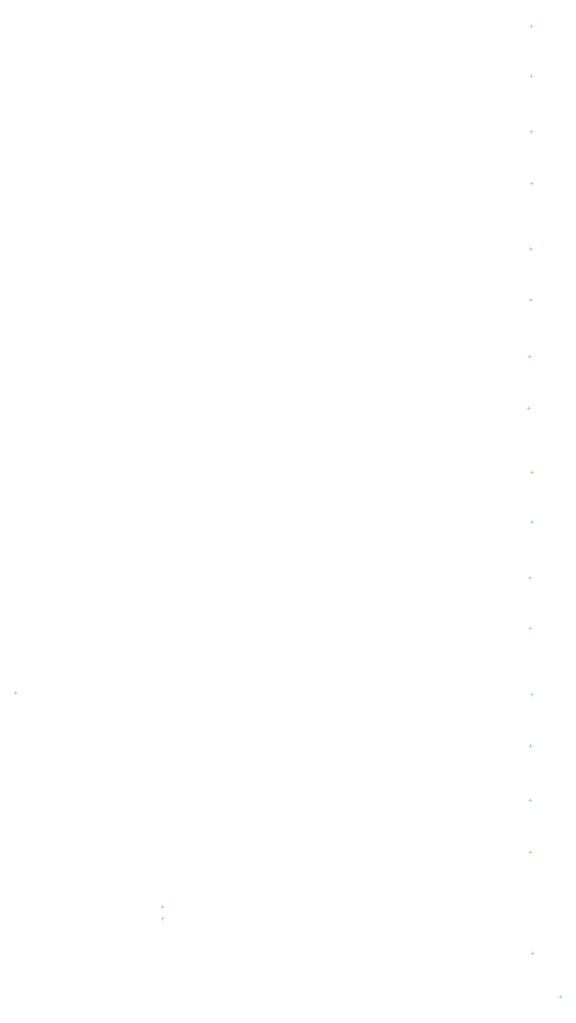
<source format=gbr>
%TF.GenerationSoftware,Altium Limited,Altium Designer,24.10.1 (45)*%
G04 Layer_Color=8388736*
%FSLAX43Y43*%
%MOMM*%
%TF.SameCoordinates,766D9AF5-BA92-4156-BEB6-FD46E2A8267A*%
%TF.FilePolarity,Positive*%
%TF.FileFunction,Other,Bottom_Component_Center*%
%TF.Part,Single*%
G01*
G75*
%TA.AperFunction,NonConductor*%
%ADD100C,0.100*%
D100*
X150147Y29104D02*
Y30104D01*
X149647Y29604D02*
X150647D01*
X47127Y42476D02*
X48127D01*
X47627Y41976D02*
Y42976D01*
X47127Y39186D02*
X48127D01*
X47627Y38686D02*
Y39686D01*
X157842Y17062D02*
Y18062D01*
X157342Y17562D02*
X158342D01*
X149023Y180014D02*
Y181014D01*
X148523Y180514D02*
X149523D01*
X149293Y194354D02*
Y195354D01*
X148793Y194854D02*
X149793D01*
X149610Y209964D02*
Y210964D01*
X149110Y210464D02*
X150110D01*
X149605Y224119D02*
Y225119D01*
X149105Y224619D02*
X150105D01*
X149310Y272463D02*
X150310D01*
X149810Y271963D02*
Y272963D01*
X149310Y286273D02*
X150310D01*
X149810Y285773D02*
Y286773D01*
X149856Y242238D02*
Y243238D01*
X149356Y242738D02*
X150356D01*
X149172Y257148D02*
X150172D01*
X149672Y256648D02*
Y257648D01*
X149424Y57065D02*
Y58065D01*
X148924Y57565D02*
X149924D01*
X148924Y71975D02*
X149924D01*
X149424Y71475D02*
Y72475D01*
X149524Y86485D02*
Y87485D01*
X149024Y86985D02*
X150024D01*
X149329Y101248D02*
X150329D01*
X149829Y100748D02*
Y101748D01*
X149434Y149059D02*
X150434D01*
X149934Y148559D02*
Y149559D01*
X149434Y162729D02*
X150434D01*
X149934Y162229D02*
Y163229D01*
X148906Y119609D02*
X149906D01*
X149406Y119109D02*
Y120109D01*
X148891Y133525D02*
X149891D01*
X149391Y133025D02*
Y134025D01*
X6980Y101209D02*
Y102209D01*
X6480Y101709D02*
X7480D01*
%TF.MD5,8fed37d844c124f545eeca4593582b4f*%
M02*

</source>
